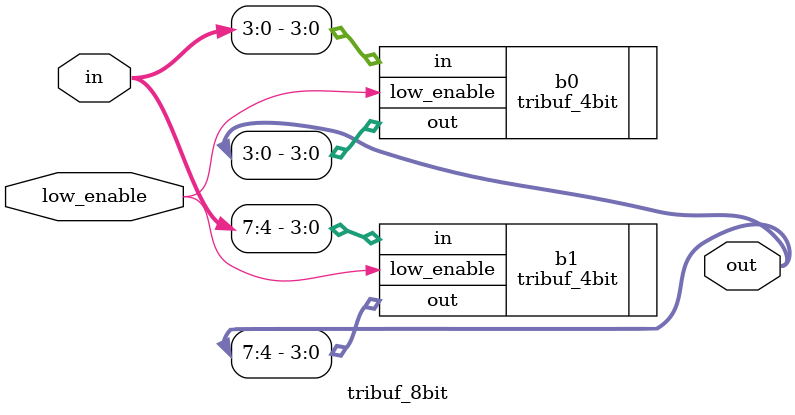
<source format=v>
module tribuf_8bit(in, out, low_enable);
    input [7:0] in; // Input word
    input low_enable; // Enable (active low)
    output tri [7:0] out; // Output word
    tribuf_4bit b0(.in(in[3:0]), .out(out[3:0]), .low_enable(low_enable));
    tribuf_4bit b1(.in(in[7:4]), .out(out[7:4]), .low_enable(low_enable));
endmodule

</source>
